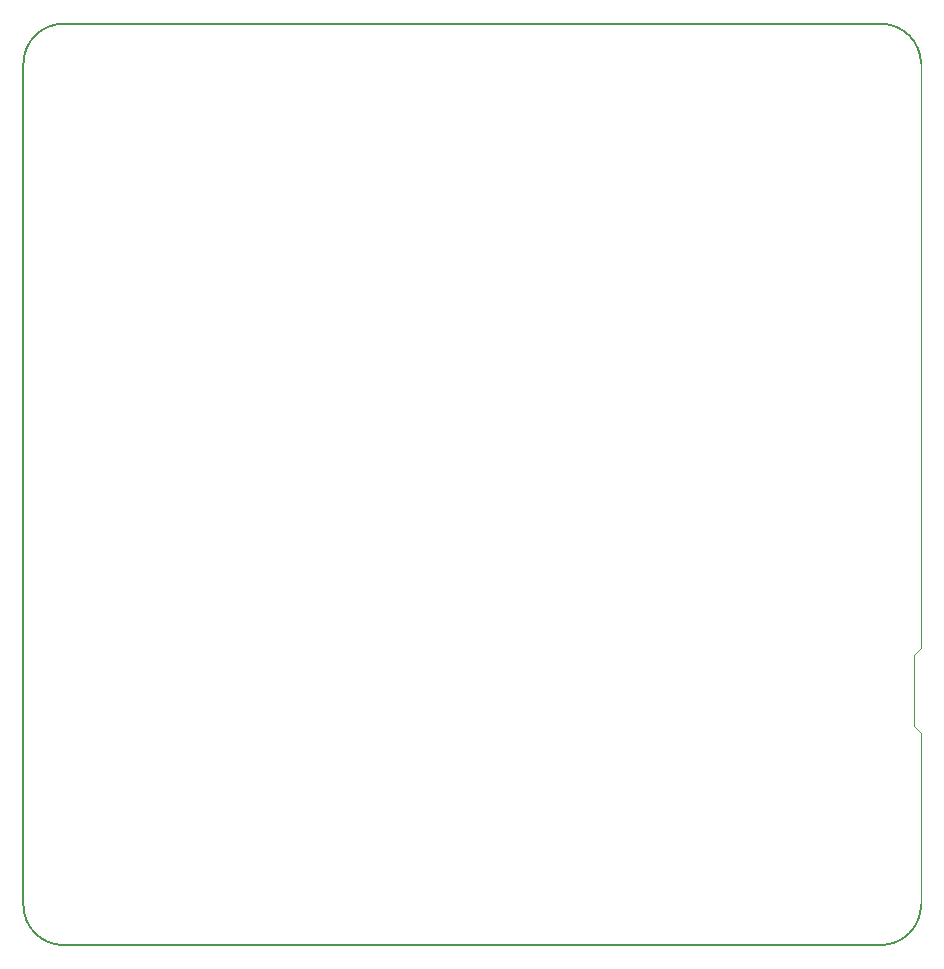
<source format=gbr>
%TF.GenerationSoftware,KiCad,Pcbnew,8.0.1*%
%TF.CreationDate,2024-05-16T14:55:54+07:00*%
%TF.ProjectId,H743_LCD_dev,48373433-5f4c-4434-945f-6465762e6b69,rev?*%
%TF.SameCoordinates,Original*%
%TF.FileFunction,Profile,NP*%
%FSLAX46Y46*%
G04 Gerber Fmt 4.6, Leading zero omitted, Abs format (unit mm)*
G04 Created by KiCad (PCBNEW 8.0.1) date 2024-05-16 14:55:54*
%MOMM*%
%LPD*%
G01*
G04 APERTURE LIST*
%TA.AperFunction,Profile*%
%ADD10C,0.100000*%
%TD*%
%TA.AperFunction,Profile*%
%ADD11C,0.150000*%
%TD*%
G04 APERTURE END LIST*
D10*
X182194200Y-101193600D02*
X182194200Y-51741100D01*
X181610000Y-101777800D02*
X182194200Y-101193600D01*
X181610000Y-107794500D02*
X181610000Y-101777800D01*
X182197300Y-108381800D02*
X181610000Y-107794500D01*
X182197300Y-122941100D02*
X182197300Y-108381800D01*
D11*
X178797300Y-126341100D02*
X109597300Y-126341100D01*
X178797300Y-48341100D02*
X109597300Y-48341100D01*
X182197300Y-122941100D02*
G75*
G02*
X178797300Y-126341100I-3400000J0D01*
G01*
X106197300Y-122941100D02*
X106197300Y-51741100D01*
X109597300Y-126341100D02*
G75*
G02*
X106197300Y-122941100I0J3400000D01*
G01*
X178797300Y-48341100D02*
G75*
G02*
X182197300Y-51741100I0J-3400000D01*
G01*
X106197300Y-51741100D02*
G75*
G02*
X109597300Y-48341100I3400000J0D01*
G01*
M02*

</source>
